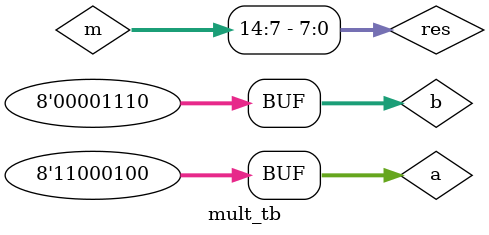
<source format=v>
`timescale 1ns/1ns
module mult(a, b, m);
  input [7:0] a,b;
  output [15:0] m;
  
  wire [7:0] b_u;
  wire [2:0] shift_val, encout;
  
  assign b_u = (b[7] == 1'b1) ? ((~b)+1'b1) : b;
  
  priorityencoder  priority(1'b1, b_u, encout);
  
  assign shift_val = ( (b -((8'd1)<<encout)) > (((8'd1)<<(encout + 1'b1)) - b) ) ? (encout + 1'b1) : encout;
  
  assign m = (b[7] == 1'b1) ? (~(a <<shift_val)+1'b1) : (a <<shift_val);
  
endmodule


module mult_1(a, b, m);
  input [7:0] a,b;
  output [15:0] m;
  
  wire [7:0] b_u;
  wire [2:0] encout;
  
  assign b_u = (b[7] == 1'b1) ? ((~b)+1'b1) : b;
  
  priorityencoder  priority(1'b1, b_u, encout);
  
  assign m = (b[7] == 1'b1) ? (~(a <<encout)+1'b1) : (a <<encout);
  
endmodule

module mult_1_h(a, b, m);
  input [7:0] a,b;
  output [15:0] m;
  
  wire [7:0] b_u;
  wire [2:0] encout;
  
  assign b_u = (b[7] == 1'b1) ? ((~b)+1'b1) : b;
  
  priorityencoder  priority(1'b1, b_u, encout);
  
  assign m = (b[7] == 1'b1) ? (~(a <<(encout+1))+1'b1) : (a <<(encout+1));
  
endmodule


module mult_2(a, b, m);
  input [7:0] a,b;
  output [15:0] m;
  
  wire [7:0] b_u, a_u;
  wire [2:0]  aenc, benc;
  wire [15:0] mu;
  
  assign b_u = (b[7] == 1'b1) ? ((~b)+1'b1) : b;
  
 // assign a_u = (a[7] == 1'b1) ? ((~a)+1'b1) : a;
  
  priorityencoder  priority1(1'b1, b_u, benc);
  
  priorityencoder  priority2(1'b1, a, aenc);
  
  assign mu = (a << benc) + (b << aenc) - ((16'd1 <<aenc)<<benc);
  
  assign m =(b[7]) ? (~mu+1'b1) : mu;
  
endmodule










module priorityencoder (en,i,y);
  // declare
  input en;
  input [7:0]i;
  // store and declare output values
  output reg [2:0]y;
  always @(en,i)
  begin
    if(en==1)
      begin
        // priority encoder
        // if condition to chose 
        // output based on priority. 
        if(i[7]==1) y=3'b111;
        else if(i[6]==1) y=3'b110;
        else if(i[5]==1) y=3'b101;
        else if(i[4]==1) y=3'b100;
        else if(i[3]==1) y=3'b011;
        else if(i[2]==1) y=3'b010;
        else if(i[1]==1) y=3'b001;
        else
        y=3'b000;
      end
     // if enable is zero, there is
     // an high impedance value. 
    else y=3'bzzz;
  end
endmodule

// 7bit -> float, 1 bit-> int
module mult_tb();
  
  reg [7:0] a,b;
  wire [15:0] m;
  wire [7:0] res;
  
  assign res = m[14:7];
  
  mult mlt(a, b, m);
  
  initial begin
    
    a = 8'd196;
    b = 8'b11110010;
    #50;
    
    a = 8'd196;
    b = 8'b00001110;
    
    #50;
    
  end
  
  
  
endmodule

</source>
